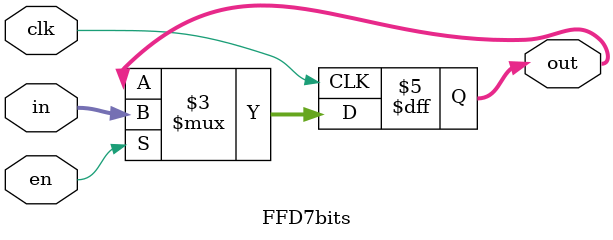
<source format=v>
module FFD7bits(in,en,clk,out);
input [6:0] in; // Data input 
input clk,en; // clock input 
output [6:0] out; // output Q 
reg [6:0] out;
always @(posedge clk) begin
	if(en) begin
		out = in;
	end	
end 
endmodule 
</source>
